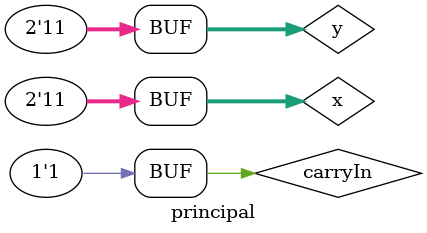
<source format=v>
`include "FullAdder.v"

module fullSubtrator(output[2:0]s,input[1:0]a,input[1:0]b,input carryIn);
 wire w[1:0];
 wire carryOut[1:0];
 xor xor1(w[0],b[0],carryIn);
 xor xor2(w[1],b[1],carryIn);
 
 fullAdder fa1(s[0],carryOut[0],a[0],w[0],carryIn);
 fullAdder fa2(s[1],carryOut[1],a[1],w[1],carryOut[0]);
 xor xor3(s[2],carryOut[1],carryIn);
 
endmodule //fullSubtrator

module principal;
	reg [1:0]x,y;
	reg carryIn;
	wire [2:0]s;
	fullSubtrator fs1(s,x,y,carryIn);
	initial begin
		carryIn = 1;
		x = 0; y = 0;
		$display("Exemplo0022 -  Milton costa teles da silva - 002751"); 
		$display("Test ALU's full subtractor");
		$display("\t  a - b  = saida");
		$monitor("\t %2b - %2b = %3b",x,y,s);
	  #1 y = 2'b01; 
	  #1 y = 2'b10;
	  #1 y = 2'b11;
	  #1 x = 2'b01; y = 2'b00;
	  #1 y = 2'b01; 
	  #1 y = 2'b10;
	  #1 y = 2'b11; 
	  #1 x = 2'b10; y = 2'b00;
	  #1 y = 2'b01; 
	  #1 y = 2'b10;
	  #1 y = 2'b11; 
	  #1 x = 2'b11; y = 2'b00; 
     #1 y = 2'b01; 
	  #1 y = 2'b10;
	  #1 y = 2'b11;
	  #1 y = 0;x = 0;
	  $display("\t  b - a  = saida");
	  $monitor("\t %2b - %2b = %3b",y,x,s);
	  #1 x = 2'b01; 
	  #1 x = 2'b10;
	  #1 x = 2'b11;
	  #1 y = 2'b01; x = 2'b00;
	  #1 x = 2'b01; 
	  #1 x = 2'b10;
	  #1 x = 2'b11; 
	  #1 y = 2'b10; x = 2'b00;
	  #1 x = 2'b01; 
	  #1 x = 2'b10;
	  #1 x = 2'b11; 
	  #1 y = 2'b11; x = 2'b00; 
     #1 x = 2'b01; 
	  #1 x = 2'b10;
	  #1 x = 2'b11;

 end
endmodule //principal

</source>
